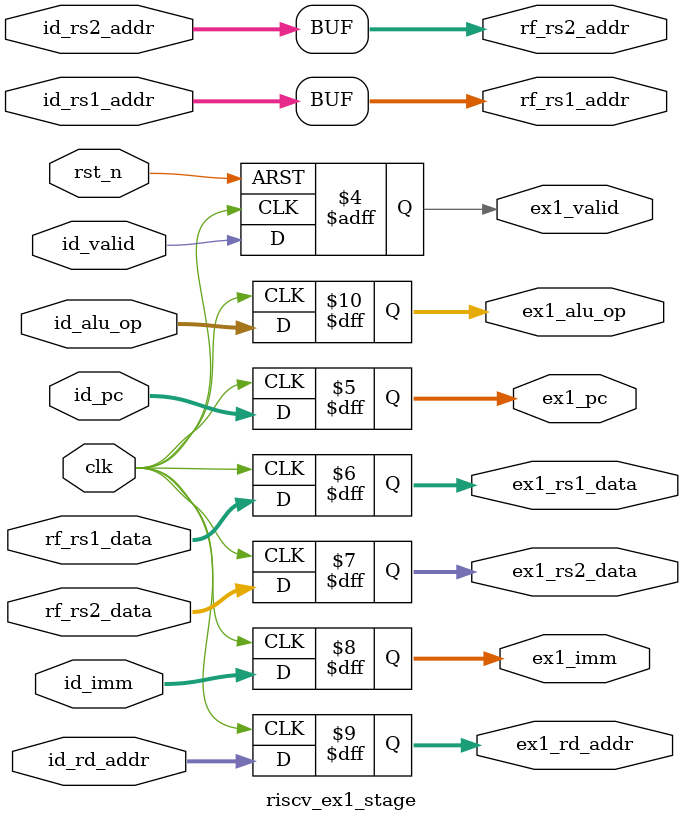
<source format=sv>


module riscv_ex1_stage (
    input  logic        clk,
    input  logic        rst_n,
    
    // Inputs from ID Stage
    input  logic [31:0] id_pc,
    input  logic [4:0]  id_rs1_addr,
    input  logic [4:0]  id_rs2_addr,
    input  logic [4:0]  id_rd_addr,
    input  logic [31:0] id_imm,
    input  logic [3:0]  id_alu_op,
    input  logic        id_valid,
    
    // Register File Interface
    output logic [4:0]  rf_rs1_addr,
    output logic [4:0]  rf_rs2_addr,
    input  logic [31:0] rf_rs1_data,
    input  logic [31:0] rf_rs2_data,
    
    // Outputs to EX2 Stage - Pipeline Registers
    output logic [31:0] ex1_pc,            // NO RESET - Data path
    output logic [31:0] ex1_rs1_data,      // NO RESET - Data path
    output logic [31:0] ex1_rs2_data,      // NO RESET - Data path
    output logic [31:0] ex1_imm,           // NO RESET - Data path
    output logic [4:0]  ex1_rd_addr,       // NO RESET - Data path
    output logic [3:0]  ex1_alu_op,        // NO RESET - Data path
    output logic        ex1_valid          // WITH RESET - Control path
);

    //==========================================================================
    // Register File Address Assignment (Combinational)
    //==========================================================================
    assign rf_rs1_addr = id_rs1_addr;
    assign rf_rs2_addr = id_rs2_addr;
    
    //==========================================================================
    // Pipeline Registers - NO RESET (Data Path)
    //==========================================================================
    always_ff @(posedge clk) begin
        ex1_pc       <= id_pc;
        ex1_rs1_data <= rf_rs1_data;
        ex1_rs2_data <= rf_rs2_data;
        ex1_imm      <= id_imm;
        ex1_rd_addr  <= id_rd_addr;
        ex1_alu_op   <= id_alu_op;
    end
    
    //==========================================================================
    // Valid Signal - WITH RESET (Control Path)
    //==========================================================================
    always_ff @(posedge clk or negedge rst_n) begin
        if (!rst_n)
            ex1_valid <= 1'b0;
        else
            ex1_valid <= id_valid;
    end

endmodule

</source>
